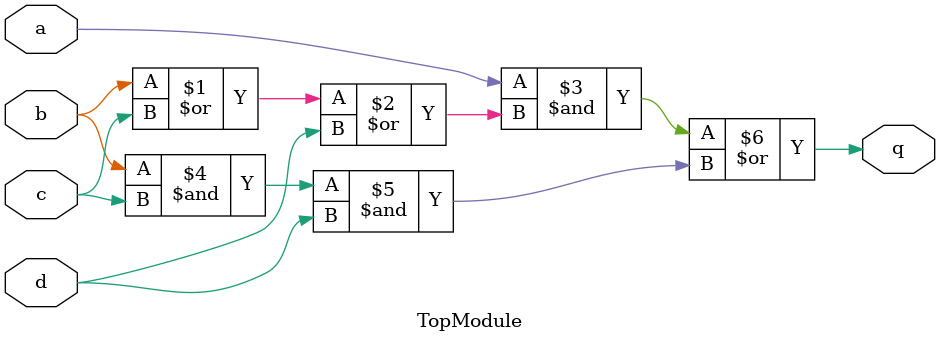
<source format=sv>

module TopModule (
  input a,
  input b,
  input c,
  input d,
  output q
);
assign q = (a & (b | c | d)) | (b & c & d);

endmodule
/*Status: Error running testbench

Fail Messages:The testbench simulated, but had errors. Please fix the module. The output of iverilog is as follows:
VCD info: dumpfile wave.vcd opened for output.
./execute_environment/testbench.sv:36: $finish called at 605 (1ps)
Hint: Output 'q' has 25 mismatches. First mismatch occurred at time 45.
Hint: Total mismatched samples is 25 out of 121 samples

Simulation finished at 605 ps
Mismatches: 25 in 121 samples

*/
/*
Misinterpretation of Multimodal Data: Waveform
*/
</source>
